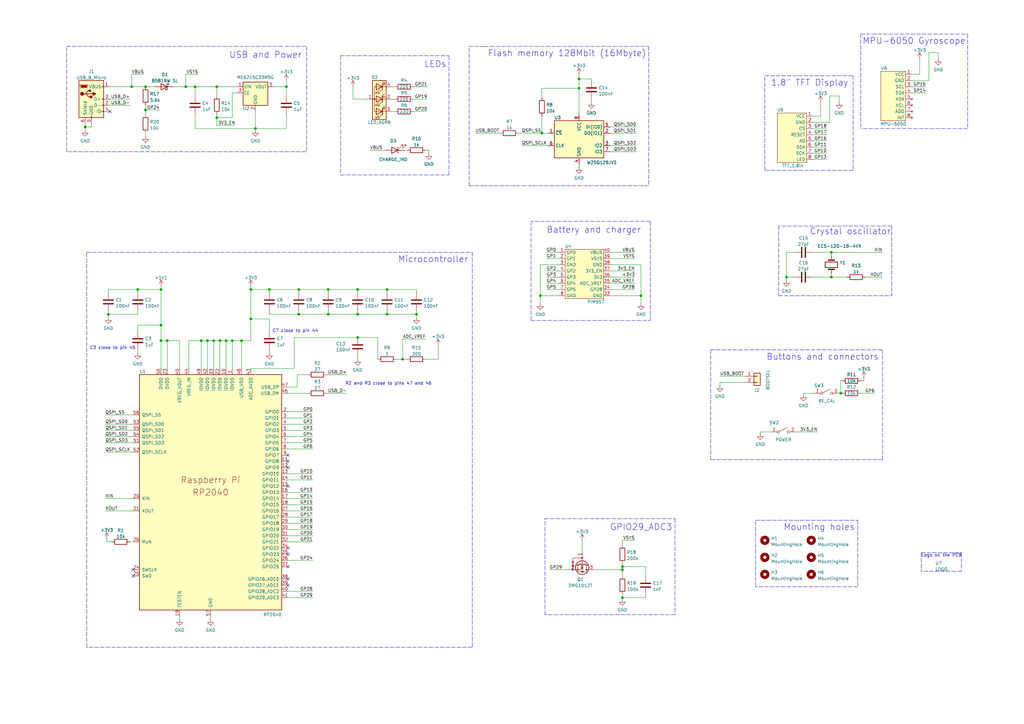
<source format=kicad_sch>
(kicad_sch (version 20211123) (generator eeschema)
  (paper "A3")
  (title_block (title "Gyroscope") (date "04/06/2022") (rev "v03") (comment 2 "https://creativecommons/licenses/by/4.0/") (comment 3 "License: CC BY 4.0") (comment 4 "Author: McLovin"))
  (lib_symbols
    (symbol "Connector:USB_B_Micro" (pin_names (offset 1.016))
      (property "Reference" "J" (at -5.08 11.43 0))
      (property "Value" "USB_B_Micro" (at -5.08 8.89 0))
      (symbol "USB_B_Micro_1_1"
        (pin power_out line (at 7.62 5.08 180) (length 2.54) (name "VBUS") (number "1"))
        (pin bidirectional line (at 7.62 -2.54 180) (length 2.54) (name "D-") (number "2"))
        (pin bidirectional line (at 7.62 0 180) (length 2.54) (name "D+") (number "3"))
        (pin passive line (at 7.62 -5.08 180) (length 2.54) (name "ID") (number "4"))
        (pin power_out line (at 0 -10.16 90) (length 2.54) (name "GND") (number "5"))
        (pin passive line (at -2.54 -10.16 90) (length 2.54) (name "Shield") (number "6"))
      )
    )
    (symbol "Connector_Generic:Conn_01x02" (pin_names (offset 1.016) hide)
      (property "Reference" "J" (at 0 2.54 0))
      (property "Value" "Conn_01x02" (at 0 -5.08 0))
      (symbol "Conn_01x02_1_1"
        (pin passive line (at -5.08 0 0) (length 3.81) (name "Pin_1") (number "1"))
        (pin passive line (at -5.08 -2.54 0) (length 3.81) (name "Pin_2") (number "2"))
      )
    )
    (symbol "Device:C" (pin_numbers hide) (pin_names (offset 0.254))
      (property "Reference" "C" (at 0.635 2.54 0))
      (property "Value" "C" (at 0.635 -2.54 0))
      (symbol "C_1_1"
        (pin passive line (at 0 3.81 270) (length 2.794) (name "~") (number "1"))
        (pin passive line (at 0 -3.81 90) (length 2.794) (name "~") (number "2"))
      )
    )
    (symbol "Device:Crystal" (pin_numbers hide) (pin_names (offset 1.016) hide)
      (property "Reference" "Y" (at 0 3.81 0))
      (property "Value" "Crystal" (at 0 -3.81 0))
      (symbol "Crystal_1_1"
        (pin passive line (at -3.81 0 0) (length 1.27) (name "1") (number "1"))
        (pin passive line (at 3.81 0 180) (length 1.27) (name "2") (number "2"))
      )
    )
    (symbol "Device:D_Schottky" (pin_numbers hide) (pin_names (offset 1.016) hide)
      (property "Reference" "D" (at 0 2.54 0))
      (property "Value" "D_Schottky" (at 0 -2.54 0))
      (symbol "D_Schottky_1_1"
        (pin passive line (at -3.81 0 0) (length 2.54) (name "K") (number "1"))
        (pin passive line (at 3.81 0 180) (length 2.54) (name "A") (number "2"))
      )
    )
    (symbol "Device:LED" (pin_numbers hide) (pin_names (offset 1.016) hide)
      (property "Reference" "D" (at 0 2.54 0))
      (property "Value" "LED" (at 0 -2.54 0))
      (symbol "LED_1_1"
        (pin passive line (at -3.81 0 0) (length 2.54) (name "K") (number "1"))
        (pin passive line (at 3.81 0 180) (length 2.54) (name "A") (number "2"))
      )
    )
    (symbol "Device:LED_AGRB" (pin_names (offset 0) hide)
      (property "Reference" "D" (at 0 9.398 0))
      (property "Value" "LED_AGRB" (at 0 -8.89 0))
      (symbol "LED_AGRB_0_0"
        (text "B" (at -1.905 -6.35 0) (effects (font (size 1.27 1.27))))
        (text "G" (at -1.905 -1.27 0) (effects (font (size 1.27 1.27))))
        (text "R" (at -1.905 3.81 0) (effects (font (size 1.27 1.27))))
      )
      (symbol "LED_AGRB_1_1"
        (pin passive line (at 5.08 0 180) (length 2.54) (name "A") (number "1"))
        (pin passive line (at -5.08 0 0) (length 2.54) (name "GK") (number "2"))
        (pin passive line (at -5.08 5.08 0) (length 2.54) (name "RK") (number "3"))
        (pin passive line (at -5.08 -5.08 0) (length 2.54) (name "BK") (number "4"))
      )
    )
    (symbol "Device:R" (pin_numbers hide) (pin_names (offset 0))
      (property "Reference" "R" (at 2.032 0 90))
      (property "Value" "R" (at 0 0 90))
      (symbol "R_1_1"
        (pin passive line (at 0 3.81 270) (length 1.27) (name "~") (number "1"))
        (pin passive line (at 0 -3.81 90) (length 1.27) (name "~") (number "2"))
      )
    )
    (symbol "Mechanical:MountingHole" (pin_names (offset 1.016))
      (property "Reference" "H" (at 0 5.08 0))
      (property "Value" "MountingHole" (at 0 3.175 0))
    )
    (symbol "Memory_Flash:W25Q128JVS"
      (property "Reference" "U" (at -8.89 8.89 0))
      (property "Value" "W25Q128JVS" (at 7.62 8.89 0))
      (symbol "W25Q128JVS_1_1"
        (pin input line (at -12.7 2.54 0) (length 2.54) (name "~{CS}") (number "1"))
        (pin bidirectional line (at 12.7 2.54 180) (length 2.54) (name "DO(IO1)") (number "2"))
        (pin bidirectional line (at 12.7 -2.54 180) (length 2.54) (name "IO2") (number "3"))
        (pin power_in line (at 0 -10.16 90) (length 2.54) (name "GND") (number "4"))
        (pin bidirectional line (at 12.7 5.08 180) (length 2.54) (name "DI(IO0)") (number "5"))
        (pin input line (at -12.7 -2.54 0) (length 2.54) (name "CLK") (number "6"))
        (pin bidirectional line (at 12.7 -5.08 180) (length 2.54) (name "IO3") (number "7"))
        (pin power_in line (at 0 10.16 270) (length 2.54) (name "VCC") (number "8"))
      )
    )
    (symbol "Switch:SW_SPST" (pin_names (offset 0) hide)
      (property "Reference" "SW" (at 0 3.175 0))
      (property "Value" "SW_SPST" (at 0 -2.54 0))
      (symbol "SW_SPST_1_1"
        (pin passive line (at -5.08 0 0) (length 2.54) (name "A") (number "1"))
        (pin passive line (at 5.08 0 180) (length 2.54) (name "B") (number "2"))
      )
    )
    (symbol "Transistor_FET:DMG1012T" (pin_names (offset 0) hide)
      (property "Reference" "Q" (at 5.08 1.905 0))
      (property "Value" "DMG1012T" (at 5.08 0 0))
      (symbol "DMG1012T_1_1"
        (pin input line (at -5.08 0 0) (length 2.54) (name "G") (number "1"))
        (pin passive line (at 2.54 -5.08 90) (length 2.54) (name "S") (number "2"))
        (pin passive line (at 2.54 5.08 270) (length 2.54) (name "D") (number "3"))
      )
    )
    (symbol "gyroscope:LOGO"
      (property "Reference" "U" (at 0 0.635 0))
      (property "Value" "LOGO" (at 0 -1.27 0))
    )
    (symbol "gyroscope:ME6215C33M5G" (pin_names (offset 0.254))
      (property "Reference" "U?" (at 0 8.1448 0))
      (property "Value" "ME6215C33M5G" (at 0 5.6079 0))
      (symbol "ME6215C33M5G_1_1"
        (pin power_in line (at -7.62 2.54 0) (length 2.54) (name "VIN") (number "1"))
        (pin power_in line (at 0 -7.62 90) (length 2.54) (name "GND") (number "2"))
        (pin input line (at -7.62 0 0) (length 2.54) (name "CE") (number "3"))
        (pin no_connect line (at 7.62 0 180) (length 2.54) hide (name "NC") (number "4"))
        (pin power_out line (at 7.62 2.54 180) (length 2.54) (name "VOUT") (number "5"))
      )
    )
    (symbol "gyroscope:MPU-6050_pcb"
      (property "Reference" "U" (at 0 11.43 0))
      (property "Value" "MPU-6050_pcb" (at 0 -11.43 0))
      (symbol "MPU-6050_pcb_1_1"
        (pin input line (at 7.62 8.89 180) (length 2.54) (name "VCC") (number "1"))
        (pin input line (at 7.62 6.35 180) (length 2.54) (name "GND") (number "2"))
        (pin input line (at 7.62 3.81 180) (length 2.54) (name "SCL") (number "3"))
        (pin input line (at 7.62 1.27 180) (length 2.54) (name "SDA") (number "4"))
        (pin no_connect line (at 7.62 -1.27 180) (length 2.54) (name "XDA") (number "5"))
        (pin no_connect line (at 7.62 -3.81 180) (length 2.54) (name "XCL") (number "6"))
        (pin no_connect line (at 7.62 -6.35 180) (length 2.54) (name "ADO") (number "7"))
        (pin no_connect line (at 7.62 -8.89 180) (length 2.54) (name "INT") (number "8"))
      )
    )
    (symbol "gyroscope:PIM557"
      (property "Reference" "U" (at 0 11.43 0))
      (property "Value" "PIM557" (at 0 -11.43 0))
      (symbol "PIM557_1_1"
        (pin input line (at -10.16 8.89 0) (length 2.54) (name "GP0") (number "1"))
        (pin input line (at -10.16 6.35 0) (length 2.54) (name "GP1") (number "2"))
        (pin passive line (at -10.16 3.81 0) (length 2.54) (name "GND") (number "3"))
        (pin passive line (at 10.795 -8.89 180) (length 2.54) (name "GND") (number "33"))
        (pin input line (at 10.795 -6.35 180) (length 2.54) (name "GP28") (number "34"))
        (pin input line (at 10.795 -3.81 180) (length 2.54) (name "ADC_VREF") (number "35"))
        (pin input line (at 10.795 -1.27 180) (length 2.54) (name "3V3") (number "36"))
        (pin input line (at 10.795 1.27 180) (length 2.54) (name "3V3_EN") (number "37"))
        (pin passive line (at 10.795 3.81 180) (length 2.54) (name "GND") (number "38"))
        (pin input line (at 10.795 6.35 180) (length 2.54) (name "VSYS") (number "39"))
        (pin input line (at -10.16 1.27 0) (length 2.54) (name "GP2") (number "4"))
        (pin input line (at 10.795 8.89 180) (length 2.54) (name "VBUS") (number "40"))
        (pin input line (at -10.16 -1.27 0) (length 2.54) (name "GP3") (number "5"))
        (pin input line (at -10.16 -3.81 0) (length 2.54) (name "GP4") (number "6"))
        (pin input line (at -10.16 -6.35 0) (length 2.54) (name "GP5") (number "7"))
        (pin passive line (at -10.16 -8.89 0) (length 2.54) (name "GND") (number "8"))
      )
    )
    (symbol "gyroscope:RP2040" (pin_names (offset 1.016))
      (property "Reference" "U" (at -29.21 49.53 0))
      (property "Value" "RP2040" (at 24.13 -49.53 0))
      (symbol "RP2040_0_0"
        (text "Raspberry Pi" (at 0 5.08 0) (effects (font (size 2.54 2.54))))
        (text "RP2040" (at 0 0 0) (effects (font (size 2.54 2.54))))
      )
      (symbol "RP2040_1_1"
        (pin power_in line (at 8.89 50.8 270) (length 2.54) (name "IOVDD") (number "1"))
        (pin power_in line (at 6.35 50.8 270) (length 2.54) (name "IOVDD") (number "10"))
        (pin bidirectional line (at 31.75 12.7 180) (length 2.54) (name "GPIO8") (number "11"))
        (pin bidirectional line (at 31.75 10.16 180) (length 2.54) (name "GPIO9") (number "12"))
        (pin bidirectional line (at 31.75 7.62 180) (length 2.54) (name "GPIO10") (number "13"))
        (pin bidirectional line (at 31.75 5.08 180) (length 2.54) (name "GPIO11") (number "14"))
        (pin bidirectional line (at 31.75 2.54 180) (length 2.54) (name "GPIO12") (number "15"))
        (pin bidirectional line (at 31.75 0 180) (length 2.54) (name "GPIO13") (number "16"))
        (pin bidirectional line (at 31.75 -2.54 180) (length 2.54) (name "GPIO14") (number "17"))
        (pin bidirectional line (at 31.75 -5.08 180) (length 2.54) (name "GPIO15") (number "18"))
        (pin passive line (at -12.7 -50.8 90) (length 2.54) (name "TESTEN") (number "19"))
        (pin bidirectional line (at 31.75 33.02 180) (length 2.54) (name "GPIO0") (number "2"))
        (pin input line (at -31.75 -2.54 0) (length 2.54) (name "XIN") (number "20"))
        (pin passive line (at -31.75 -7.62 0) (length 2.54) (name "XOUT") (number "21"))
        (pin power_in line (at 3.81 50.8 270) (length 2.54) (name "IOVDD") (number "22"))
        (pin power_in line (at -17.78 50.8 270) (length 2.54) (name "DVDD") (number "23"))
        (pin output line (at -31.75 -31.75 0) (length 2.54) (name "SWCLK") (number "24"))
        (pin bidirectional line (at -31.75 -34.29 0) (length 2.54) (name "SWD") (number "25"))
        (pin input line (at -31.75 -20.32 0) (length 2.54) (name "RUN") (number "26"))
        (pin bidirectional line (at 31.75 -7.62 180) (length 2.54) (name "GPIO16") (number "27"))
        (pin bidirectional line (at 31.75 -10.16 180) (length 2.54) (name "GPIO17") (number "28"))
        (pin bidirectional line (at 31.75 -12.7 180) (length 2.54) (name "GPIO18") (number "29"))
        (pin bidirectional line (at 31.75 30.48 180) (length 2.54) (name "GPIO1") (number "3"))
        (pin bidirectional line (at 31.75 -15.24 180) (length 2.54) (name "GPIO19") (number "30"))
        (pin bidirectional line (at 31.75 -17.78 180) (length 2.54) (name "GPIO20") (number "31"))
        (pin bidirectional line (at 31.75 -20.32 180) (length 2.54) (name "GPIO21") (number "32"))
        (pin power_in line (at 1.27 50.8 270) (length 2.54) (name "IOVDD") (number "33"))
        (pin bidirectional line (at 31.75 -22.86 180) (length 2.54) (name "GPIO22") (number "34"))
        (pin bidirectional line (at 31.75 -25.4 180) (length 2.54) (name "GPIO23") (number "35"))
        (pin bidirectional line (at 31.75 -27.94 180) (length 2.54) (name "GPIO24") (number "36"))
        (pin bidirectional line (at 31.75 -30.48 180) (length 2.54) (name "GPIO25") (number "37"))
        (pin bidirectional line (at 31.75 -35.56 180) (length 2.54) (name "GPIO26_ADC0") (number "38"))
        (pin bidirectional line (at 31.75 -38.1 180) (length 2.54) (name "GPIO27_ADC1") (number "39"))
        (pin bidirectional line (at 31.75 27.94 180) (length 2.54) (name "GPIO2") (number "4"))
        (pin bidirectional line (at 31.75 -40.64 180) (length 2.54) (name "GPIO28_ADC2") (number "40"))
        (pin bidirectional line (at 31.75 -43.18 180) (length 2.54) (name "GPIO29_ADC3") (number "41"))
        (pin power_in line (at -1.27 50.8 270) (length 2.54) (name "IOVDD") (number "42"))
        (pin power_in line (at 16.51 50.8 270) (length 2.54) (name "ADC_AVDD") (number "43"))
        (pin power_in line (at -8.89 50.8 270) (length 2.54) (name "VREG_IN") (number "44"))
        (pin power_out line (at -12.7 50.8 270) (length 2.54) (name "VREG_VOUT") (number "45"))
        (pin bidirectional line (at 31.75 40.64 180) (length 2.54) (name "USB_DM") (number "46"))
        (pin bidirectional line (at 31.75 43.18 180) (length 2.54) (name "USB_DP") (number "47"))
        (pin power_in line (at 12.7 50.8 270) (length 2.54) (name "USB_VDD") (number "48"))
        (pin power_in line (at -3.81 50.8 270) (length 2.54) (name "IOVDD") (number "49"))
        (pin bidirectional line (at 31.75 25.4 180) (length 2.54) (name "GPIO3") (number "5"))
        (pin power_in line (at -20.32 50.8 270) (length 2.54) (name "DVDD") (number "50"))
        (pin bidirectional line (at -31.75 20.32 0) (length 2.54) (name "QSPI_SD3") (number "51"))
        (pin output line (at -31.75 16.51 0) (length 2.54) (name "QSPI_SCLK") (number "52"))
        (pin bidirectional line (at -31.75 27.94 0) (length 2.54) (name "QSPI_SD0") (number "53"))
        (pin bidirectional line (at -31.75 22.86 0) (length 2.54) (name "QSPI_SD2") (number "54"))
        (pin bidirectional line (at -31.75 25.4 0) (length 2.54) (name "QSPI_SD1") (number "55"))
        (pin bidirectional line (at -31.75 31.75 0) (length 2.54) (name "QSPI_SS") (number "56"))
        (pin power_in line (at 0 -50.8 90) (length 2.54) (name "GND") (number "57"))
        (pin bidirectional line (at 31.75 22.86 180) (length 2.54) (name "GPIO4") (number "6"))
        (pin bidirectional line (at 31.75 20.32 180) (length 2.54) (name "GPIO5") (number "7"))
        (pin bidirectional line (at 31.75 17.78 180) (length 2.54) (name "GPIO6") (number "8"))
        (pin bidirectional line (at 31.75 15.24 180) (length 2.54) (name "GPIO7") (number "9"))
      )
    )
    (symbol "gyroscope:TFT_1.8in"
      (property "Reference" "U" (at 0 11.43 0))
      (property "Value" "TFT_1.8in" (at 0 -11.43 0))
      (symbol "TFT_1.8in_1_1"
        (pin input line (at 8.255 8.89 180) (length 2.54) (name "VCC") (number "1"))
        (pin input line (at 8.255 6.35 180) (length 2.54) (name "GND") (number "2"))
        (pin input line (at 8.255 3.81 180) (length 2.54) (name "CS") (number "3"))
        (pin input line (at 8.255 1.27 180) (length 2.54) (name "RESET") (number "4"))
        (pin input line (at 8.255 -1.27 180) (length 2.54) (name "AO") (number "5"))
        (pin input line (at 8.255 -3.81 180) (length 2.54) (name "SDA") (number "6"))
        (pin input line (at 8.255 -6.35 180) (length 2.54) (name "SCK") (number "7"))
        (pin input line (at 8.255 -8.89 180) (length 2.54) (name "LED") (number "8"))
      )
    )
    (symbol "power:+1V1" (power) (pin_names (offset 0))
      (property "Value" "+1V1" (at 0 3.556 0))
      (symbol "+1V1_1_1"
        (pin power_in line (at 0 0 90) (length 0) hide (name "+1V1") (number "1"))
      )
    )
    (symbol "power:+3V3" (power) (pin_names (offset 0))
      (property "Value" "+3V3" (at 0 3.556 0))
      (symbol "+3V3_1_1"
        (pin power_in line (at 0 0 90) (length 0) hide (name "+3V3") (number "1"))
      )
    )
    (symbol "power:GND" (power) (pin_names (offset 0))
      (property "Value" "GND" (at 0 -3.81 0))
      (symbol "GND_1_1"
        (pin power_in line (at 0 0 270) (length 0) hide (name "GND") (number "1"))
      )
    )
  )
  (junction (at 68.58 139.7))
  (junction (at 76.2 35.56))
  (junction (at 158.75 118.745))
  (junction (at 82.55 139.7))
  (junction (at 110.49 118.745))
  (junction (at 122.555 128.905))
  (junction (at 255.27 233.68))
  (junction (at 80.01 35.56))
  (junction (at 95.25 139.7))
  (junction (at 146.685 128.905))
  (junction (at 322.58 113.665))
  (junction (at 66.04 133.35))
  (junction (at 340.995 113.665))
  (junction (at 237.49 36.195))
  (junction (at 59.69 45.085))
  (junction (at 56.515 118.745))
  (junction (at 104.775 52.705))
  (junction (at 165.1 147.32))
  (junction (at 87.63 139.7))
  (junction (at 146.685 118.745))
  (junction (at 66.04 118.745))
  (junction (at 134.62 118.745))
  (junction (at 88.9 35.56))
  (junction (at 134.62 128.905))
  (junction (at 255.27 245.11))
  (junction (at 88.9 48.26))
  (junction (at 92.71 139.7))
  (junction (at 255.27 232.41))
  (junction (at 53.975 35.56))
  (junction (at 222.25 54.61))
  (junction (at 66.04 139.7))
  (junction (at 99.06 139.7))
  (junction (at 102.87 118.745))
  (junction (at 344.805 161.29))
  (junction (at 85.09 139.7))
  (junction (at 90.17 139.7))
  (junction (at 146.685 138.43))
  (junction (at 117.475 35.56))
  (junction (at 237.49 32.385))
  (junction (at 122.555 118.745))
  (junction (at 262.89 121.285))
  (junction (at 102.87 130.81))
  (junction (at 59.69 35.56))
  (junction (at 170.815 128.905))
  (junction (at 34.925 52.07))
  (junction (at 44.45 128.905))
  (junction (at 221.615 121.285))
  (junction (at 340.995 103.505))
  (junction (at 158.75 128.905))
  (no_connect (at 118.11 199.39))
  (no_connect (at 54.61 236.22))
  (no_connect (at 54.61 233.68))
  (no_connect (at 45.085 45.72))
  (no_connect (at 118.11 240.03))
  (no_connect (at 118.11 224.79))
  (no_connect (at 118.11 189.23))
  (no_connect (at 118.11 191.77))
  (no_connect (at 118.11 186.69))
  (no_connect (at 118.11 227.33))
  (no_connect (at 118.11 237.49))
  (no_connect (at 118.11 232.41))
  (wire (pts (xy 134.62 118.745) (xy 122.555 118.745)))
  (wire (pts (xy 224.155 103.505) (xy 229.235 103.505)))
  (polyline (pts (xy 353.06 13.97) (xy 353.06 52.705)))
  (wire (pts (xy 118.11 214.63) (xy 128.27 214.63)))
  (polyline (pts (xy 351.79 240.665) (xy 309.88 240.665)))
  (wire (pts (xy 333.375 57.785) (xy 339.09 57.785)))
  (wire (pts (xy 56.515 118.745) (xy 56.515 120.015)))
  (wire (pts (xy 158.75 118.745) (xy 146.685 118.745)))
  (wire (pts (xy 212.725 54.61) (xy 222.25 54.61)))
  (wire (pts (xy 80.01 46.99) (xy 80.01 52.705)))
  (wire (pts (xy 333.375 62.865) (xy 339.09 62.865)))
  (wire (pts (xy 322.58 113.665) (xy 325.755 113.665)))
  (wire (pts (xy 158.75 127.635) (xy 158.75 128.905)))
  (wire (pts (xy 92.71 139.7) (xy 95.25 139.7)))
  (wire (pts (xy 264.795 245.11) (xy 255.27 245.11)))
  (wire (pts (xy 56.515 133.35) (xy 56.515 135.89)))
  (wire (pts (xy 165.1 147.32) (xy 165.1 139.065)))
  (wire (pts (xy 118.11 212.09) (xy 128.27 212.09)))
  (wire (pts (xy 85.09 139.7) (xy 87.63 139.7)))
  (wire (pts (xy 333.375 52.705) (xy 339.09 52.705)))
  (polyline (pts (xy 193.675 103.505) (xy 193.675 265.43)))
  (wire (pts (xy 243.84 233.68) (xy 255.27 233.68)))
  (wire (pts (xy 87.63 151.13) (xy 87.63 139.7)))
  (wire (pts (xy 102.87 117.475) (xy 102.87 118.745)))
  (wire (pts (xy 102.87 118.745) (xy 102.87 130.81)))
  (wire (pts (xy 37.465 52.07) (xy 34.925 52.07)))
  (polyline (pts (xy 217.805 90.805) (xy 217.805 131.445)))
  (wire (pts (xy 118.11 245.11) (xy 128.27 245.11)))
  (wire (pts (xy 242.57 32.385) (xy 237.49 32.385)))
  (wire (pts (xy 333.375 50.165) (xy 340.36 50.165)))
  (wire (pts (xy 340.995 103.505) (xy 361.95 103.505)))
  (wire (pts (xy 250.19 106.045) (xy 260.35 106.045)))
  (polyline (pts (xy 223.52 212.725) (xy 276.86 212.725)))
  (wire (pts (xy 118.11 207.01) (xy 128.27 207.01)))
  (wire (pts (xy 179.705 141.605) (xy 179.705 147.32)))
  (wire (pts (xy 92.71 151.13) (xy 92.71 139.7)))
  (wire (pts (xy 169.545 40.64) (xy 175.26 40.64)))
  (wire (pts (xy 44.45 128.905) (xy 44.45 127.635)))
  (wire (pts (xy 117.475 52.705) (xy 104.775 52.705)))
  (wire (pts (xy 165.735 61.595) (xy 167.005 61.595)))
  (wire (pts (xy 221.615 121.285) (xy 221.615 108.585)))
  (polyline (pts (xy 184.15 22.86) (xy 184.15 52.705)))
  (wire (pts (xy 169.545 35.56) (xy 175.26 35.56)))
  (wire (pts (xy 122.555 118.745) (xy 110.49 118.745)))
  (wire (pts (xy 333.375 65.405) (xy 339.09 65.405)))
  (wire (pts (xy 118.11 158.75) (xy 121.92 158.75)))
  (polyline (pts (xy 116.205 62.23) (xy 27.305 62.23)))
  (wire (pts (xy 88.9 35.56) (xy 97.155 35.56)))
  (polyline (pts (xy 365.76 92.71) (xy 365.76 121.285)))
  (wire (pts (xy 117.475 35.56) (xy 117.475 39.37)))
  (wire (pts (xy 224.155 106.045) (xy 229.235 106.045)))
  (wire (pts (xy 262.89 108.585) (xy 250.19 108.585)))
  (wire (pts (xy 45.085 43.18) (xy 53.34 43.18)))
  (wire (pts (xy 340.995 112.395) (xy 340.995 113.665)))
  (wire (pts (xy 66.04 151.13) (xy 66.04 139.7)))
  (wire (pts (xy 222.25 36.195) (xy 237.49 36.195)))
  (wire (pts (xy 82.55 139.7) (xy 85.09 139.7)))
  (wire (pts (xy 117.475 35.56) (xy 117.475 33.02)))
  (wire (pts (xy 146.685 138.43) (xy 120.65 138.43)))
  (wire (pts (xy 118.11 201.93) (xy 128.27 201.93)))
  (wire (pts (xy 76.2 35.56) (xy 80.01 35.56)))
  (polyline (pts (xy 116.84 62.23) (xy 125.73 62.23)))
  (wire (pts (xy 154.94 138.43) (xy 154.94 147.32)))
  (wire (pts (xy 80.01 35.56) (xy 80.01 39.37)))
  (wire (pts (xy 237.49 36.195) (xy 237.49 32.385)))
  (wire (pts (xy 77.47 151.13) (xy 77.47 139.7)))
  (wire (pts (xy 170.815 118.745) (xy 158.75 118.745)))
  (wire (pts (xy 121.92 158.75) (xy 121.92 153.67)))
  (wire (pts (xy 95.25 38.1) (xy 95.25 48.26)))
  (wire (pts (xy 118.11 171.45) (xy 128.27 171.45)))
  (wire (pts (xy 381 21.59) (xy 384.81 21.59)))
  (wire (pts (xy 37.465 50.8) (xy 37.465 52.07)))
  (wire (pts (xy 110.49 128.905) (xy 122.555 128.905)))
  (polyline (pts (xy 223.52 252.095) (xy 223.52 212.725)))
  (wire (pts (xy 118.11 229.87) (xy 128.27 229.87)))
  (polyline (pts (xy 35.56 265.43) (xy 35.56 103.505)))
  (polyline (pts (xy 139.7 22.86) (xy 139.7 52.705)))
  (wire (pts (xy 56.515 143.51) (xy 56.515 144.78)))
  (wire (pts (xy 73.66 252.73) (xy 73.66 254)))
  (wire (pts (xy 255.27 243.84) (xy 255.27 245.11)))
  (wire (pts (xy 340.995 103.505) (xy 340.995 104.775)))
  (wire (pts (xy 344.805 161.29) (xy 345.44 161.29)))
  (wire (pts (xy 242.57 33.02) (xy 242.57 32.385)))
  (wire (pts (xy 237.49 67.31) (xy 237.49 68.58)))
  (polyline (pts (xy 139.7 71.755) (xy 184.15 71.755)))
  (wire (pts (xy 95.25 139.7) (xy 99.06 139.7)))
  (wire (pts (xy 146.685 118.745) (xy 134.62 118.745)))
  (wire (pts (xy 118.11 161.29) (xy 126.365 161.29)))
  (polyline (pts (xy 35.56 103.505) (xy 193.675 103.505)))
  (wire (pts (xy 170.815 118.745) (xy 170.815 120.015)))
  (wire (pts (xy 102.87 118.745) (xy 110.49 118.745)))
  (wire (pts (xy 43.18 181.61) (xy 54.61 181.61)))
  (wire (pts (xy 118.11 194.31) (xy 128.27 194.31)))
  (wire (pts (xy 44.45 128.905) (xy 44.45 130.175)))
  (polyline (pts (xy 353.06 13.97) (xy 396.875 13.97)))
  (wire (pts (xy 118.11 181.61) (xy 128.27 181.61)))
  (wire (pts (xy 88.9 48.26) (xy 88.9 46.99)))
  (wire (pts (xy 134.62 127.635) (xy 134.62 128.905)))
  (wire (pts (xy 146.685 127.635) (xy 146.685 128.905)))
  (wire (pts (xy 118.11 168.91) (xy 128.27 168.91)))
  (polyline (pts (xy 313.69 31.115) (xy 349.885 31.115)))
  (polyline (pts (xy 396.875 52.705) (xy 353.06 52.705)))
  (wire (pts (xy 146.685 146.05) (xy 146.685 147.32)))
  (wire (pts (xy 117.475 46.99) (xy 117.475 52.705)))
  (wire (pts (xy 122.555 118.745) (xy 122.555 120.015)))
  (wire (pts (xy 110.49 127.635) (xy 110.49 128.905)))
  (wire (pts (xy 381 33.02) (xy 381 21.59)))
  (wire (pts (xy 333.375 60.325) (xy 339.09 60.325)))
  (wire (pts (xy 59.69 35.56) (xy 63.5 35.56)))
  (wire (pts (xy 44.45 118.745) (xy 44.45 120.015)))
  (wire (pts (xy 43.18 179.07) (xy 54.61 179.07)))
  (wire (pts (xy 118.11 209.55) (xy 128.27 209.55)))
  (wire (pts (xy 354.965 113.665) (xy 361.95 113.665)))
  (polyline (pts (xy 276.86 212.725) (xy 276.86 252.095)))
  (wire (pts (xy 295.275 156.845) (xy 295.275 158.115)))
  (wire (pts (xy 160.655 40.64) (xy 161.925 40.64)))
  (wire (pts (xy 134.62 118.745) (xy 134.62 120.015)))
  (wire (pts (xy 110.49 135.89) (xy 110.49 130.81)))
  (wire (pts (xy 87.63 139.7) (xy 90.17 139.7)))
  (wire (pts (xy 45.085 35.56) (xy 53.975 35.56)))
  (polyline (pts (xy 361.95 188.595) (xy 291.465 188.595)))
  (wire (pts (xy 262.89 108.585) (xy 262.89 121.285)))
  (wire (pts (xy 170.815 128.905) (xy 158.75 128.905)))
  (wire (pts (xy 345.44 156.21) (xy 344.805 156.21)))
  (wire (pts (xy 96.52 51.435) (xy 88.9 51.435)))
  (wire (pts (xy 90.17 139.7) (xy 92.71 139.7)))
  (wire (pts (xy 85.09 151.13) (xy 85.09 139.7)))
  (wire (pts (xy 255.27 233.68) (xy 255.27 236.22)))
  (wire (pts (xy 118.11 217.17) (xy 128.27 217.17)))
  (wire (pts (xy 66.04 118.745) (xy 56.515 118.745)))
  (polyline (pts (xy 198.755 76.2) (xy 192.405 76.2)))
  (wire (pts (xy 305.435 156.845) (xy 295.275 156.845)))
  (wire (pts (xy 224.155 118.745) (xy 229.235 118.745)))
  (wire (pts (xy 255.27 233.68) (xy 255.27 232.41)))
  (wire (pts (xy 118.11 173.99) (xy 128.27 173.99)))
  (wire (pts (xy 73.66 151.13) (xy 73.66 139.7)))
  (polyline (pts (xy 365.76 92.71) (xy 319.405 92.71)))
  (wire (pts (xy 118.11 219.71) (xy 128.27 219.71)))
  (wire (pts (xy 333.375 103.505) (xy 340.995 103.505)))
  (wire (pts (xy 340.995 113.665) (xy 347.345 113.665)))
  (wire (pts (xy 59.69 45.085) (xy 59.69 46.99)))
  (polyline (pts (xy 116.84 19.05) (xy 125.73 19.05)))
  (wire (pts (xy 104.775 52.705) (xy 104.775 53.34)))
  (wire (pts (xy 333.375 113.665) (xy 340.995 113.665)))
  (polyline (pts (xy 276.86 252.095) (xy 223.52 252.095)))
  (wire (pts (xy 222.25 47.625) (xy 222.25 54.61)))
  (polyline (pts (xy 361.95 143.51) (xy 361.95 188.595)))
  (polyline (pts (xy 291.465 143.51) (xy 361.95 143.51)))
  (polyline (pts (xy 319.405 121.285) (xy 365.76 121.285)))
  (wire (pts (xy 333.375 55.245) (xy 339.09 55.245)))
  (polyline (pts (xy 139.7 53.34) (xy 139.7 71.755)))
  (wire (pts (xy 95.25 48.26) (xy 88.9 48.26)))
  (polyline (pts (xy 349.885 69.85) (xy 313.69 69.85)))
  (wire (pts (xy 160.655 45.72) (xy 161.925 45.72)))
  (wire (pts (xy 250.19 116.205) (xy 260.35 116.205)))
  (wire (pts (xy 174.625 61.595) (xy 175.895 61.595)))
  (polyline (pts (xy 313.69 69.85) (xy 313.69 31.115)))
  (wire (pts (xy 73.66 139.7) (xy 68.58 139.7)))
  (wire (pts (xy 250.19 111.125) (xy 260.35 111.125)))
  (wire (pts (xy 118.11 204.47) (xy 128.27 204.47)))
  (wire (pts (xy 43.815 222.25) (xy 43.815 220.98)))
  (wire (pts (xy 170.815 128.905) (xy 170.815 130.175)))
  (wire (pts (xy 56.515 118.745) (xy 44.45 118.745)))
  (wire (pts (xy 90.17 151.13) (xy 90.17 139.7)))
  (wire (pts (xy 353.06 161.29) (xy 358.775 161.29)))
  (wire (pts (xy 213.995 59.69) (xy 224.79 59.69)))
  (wire (pts (xy 102.87 130.81) (xy 102.87 139.7)))
  (wire (pts (xy 158.75 128.905) (xy 146.685 128.905)))
  (wire (pts (xy 222.25 40.005) (xy 222.25 36.195)))
  (wire (pts (xy 322.58 103.505) (xy 322.58 113.665)))
  (wire (pts (xy 118.11 179.07) (xy 128.27 179.07)))
  (wire (pts (xy 336.55 47.625) (xy 336.55 41.91)))
  (polyline (pts (xy 266.7 90.805) (xy 217.805 90.805)))
  (wire (pts (xy 99.06 139.7) (xy 102.87 139.7)))
  (wire (pts (xy 255.27 223.52) (xy 255.27 221.615)))
  (wire (pts (xy 160.655 35.56) (xy 161.925 35.56)))
  (wire (pts (xy 59.69 54.61) (xy 59.69 55.88)))
  (wire (pts (xy 56.515 128.905) (xy 44.45 128.905)))
  (wire (pts (xy 146.685 128.905) (xy 134.62 128.905)))
  (wire (pts (xy 88.9 35.56) (xy 88.9 39.37)))
  (wire (pts (xy 76.2 30.48) (xy 81.28 30.48)))
  (wire (pts (xy 224.155 116.205) (xy 229.235 116.205)))
  (wire (pts (xy 250.19 52.07) (xy 260.985 52.07)))
  (wire (pts (xy 56.515 127.635) (xy 56.515 128.905)))
  (wire (pts (xy 316.23 177.165) (xy 311.785 177.165)))
  (polyline (pts (xy 309.88 240.665) (xy 309.88 213.36)))
  (wire (pts (xy 76.2 35.56) (xy 76.2 30.48)))
  (wire (pts (xy 59.69 45.085) (xy 65.405 45.085)))
  (wire (pts (xy 45.72 222.25) (xy 43.815 222.25)))
  (wire (pts (xy 221.615 108.585) (xy 229.235 108.585)))
  (wire (pts (xy 77.47 139.7) (xy 82.55 139.7)))
  (wire (pts (xy 110.49 143.51) (xy 110.49 144.78)))
  (wire (pts (xy 344.17 161.29) (xy 344.805 161.29)))
  (wire (pts (xy 354.33 156.21) (xy 354.33 154.94)))
  (wire (pts (xy 71.12 35.56) (xy 76.2 35.56)))
  (wire (pts (xy 43.18 173.99) (xy 54.61 173.99)))
  (wire (pts (xy 97.155 38.1) (xy 95.25 38.1)))
  (wire (pts (xy 158.75 118.745) (xy 158.75 120.015)))
  (wire (pts (xy 162.56 147.32) (xy 165.1 147.32)))
  (wire (pts (xy 262.89 121.285) (xy 262.89 124.46)))
  (wire (pts (xy 104.775 52.705) (xy 80.01 52.705)))
  (wire (pts (xy 250.19 118.745) (xy 260.35 118.745)))
  (wire (pts (xy 353.06 156.21) (xy 354.33 156.21)))
  (wire (pts (xy 95.25 151.13) (xy 95.25 139.7)))
  (wire (pts (xy 43.18 185.42) (xy 54.61 185.42)))
  (wire (pts (xy 334.01 161.29) (xy 329.565 161.29)))
  (polyline (pts (xy 396.875 13.97) (xy 396.875 52.705)))
  (wire (pts (xy 144.78 40.64) (xy 144.78 35.56)))
  (wire (pts (xy 238.76 221.615) (xy 238.76 226.06)))
  (polyline (pts (xy 349.885 31.115) (xy 349.885 69.85)))
  (polyline (pts (xy 217.805 131.445) (xy 266.7 131.445)))
  (wire (pts (xy 59.69 43.18) (xy 59.69 45.085)))
  (wire (pts (xy 221.615 121.285) (xy 221.615 124.46)))
  (wire (pts (xy 121.92 153.67) (xy 126.365 153.67)))
  (wire (pts (xy 34.925 52.07) (xy 34.925 53.34)))
  (wire (pts (xy 133.985 161.29) (xy 142.24 161.29)))
  (polyline (pts (xy 291.465 188.595) (xy 291.465 143.51)))
  (wire (pts (xy 118.11 222.25) (xy 128.27 222.25)))
  (wire (pts (xy 250.19 59.69) (xy 260.985 59.69)))
  (wire (pts (xy 165.1 139.065) (xy 174.625 139.065)))
  (wire (pts (xy 329.565 161.29) (xy 329.565 161.925)))
  (wire (pts (xy 174.625 147.32) (xy 179.705 147.32)))
  (wire (pts (xy 255.27 245.11) (xy 255.27 245.745)))
  (wire (pts (xy 86.36 252.73) (xy 86.36 254)))
  (wire (pts (xy 225.425 233.68) (xy 233.68 233.68)))
  (polyline (pts (xy 184.15 71.755) (xy 184.15 52.705)))
  (wire (pts (xy 255.27 221.615) (xy 260.35 221.615)))
  (wire (pts (xy 80.01 35.56) (xy 88.9 35.56)))
  (wire (pts (xy 102.87 151.13) (xy 120.65 151.13)))
  (wire (pts (xy 43.18 204.47) (xy 54.61 204.47)))
  (wire (pts (xy 53.34 222.25) (xy 54.61 222.25)))
  (wire (pts (xy 264.795 243.84) (xy 264.795 245.11)))
  (wire (pts (xy 118.11 184.15) (xy 128.27 184.15)))
  (wire (pts (xy 134.62 128.905) (xy 122.555 128.905)))
  (wire (pts (xy 151.765 61.595) (xy 158.115 61.595)))
  (wire (pts (xy 146.685 118.745) (xy 146.685 120.015)))
  (wire (pts (xy 374.015 38.1) (xy 379.73 38.1)))
  (wire (pts (xy 322.58 113.665) (xy 322.58 114.935)))
  (wire (pts (xy 66.04 139.7) (xy 66.04 133.35)))
  (wire (pts (xy 66.04 117.475) (xy 66.04 118.745)))
  (wire (pts (xy 110.49 118.745) (xy 110.49 120.015)))
  (wire (pts (xy 237.49 32.385) (xy 237.49 30.48)))
  (wire (pts (xy 150.495 40.64) (xy 144.78 40.64)))
  (wire (pts (xy 344.17 39.37) (xy 344.17 41.91)))
  (wire (pts (xy 250.19 103.505) (xy 260.35 103.505)))
  (wire (pts (xy 88.9 51.435) (xy 88.9 48.26)))
  (wire (pts (xy 374.015 30.48) (xy 377.19 30.48)))
  (polyline (pts (xy 266.065 19.05) (xy 266.065 76.2)))
  (polyline (pts (xy 351.79 213.36) (xy 351.79 240.665)))
  (polyline (pts (xy 377.825 226.695) (xy 394.335 226.695)))
  (wire (pts (xy 82.55 151.13) (xy 82.55 139.7)))
  (polyline (pts (xy 266.7 131.445) (xy 266.7 90.805)))
  (wire (pts (xy 224.79 54.61) (xy 222.25 54.61)))
  (wire (pts (xy 165.1 147.32) (xy 167.005 147.32)))
  (wire (pts (xy 340.36 39.37) (xy 344.17 39.37)))
  (wire (pts (xy 340.36 50.165) (xy 340.36 39.37)))
  (polyline (pts (xy 394.335 234.315) (xy 377.825 234.315)))
  (polyline (pts (xy 192.405 76.2) (xy 192.405 19.05)))
  (wire (pts (xy 146.685 138.43) (xy 154.94 138.43)))
  (wire (pts (xy 66.04 133.35) (xy 66.04 118.745)))
  (wire (pts (xy 229.235 121.285) (xy 221.615 121.285)))
  (polyline (pts (xy 394.335 226.695) (xy 394.335 234.315)))
  (wire (pts (xy 175.895 61.595) (xy 175.895 62.865)))
  (polyline (pts (xy 125.73 19.05) (xy 125.73 62.23)))
  (wire (pts (xy 99.06 151.13) (xy 99.06 139.7)))
  (wire (pts (xy 118.11 242.57) (xy 128.27 242.57)))
  (wire (pts (xy 344.805 156.21) (xy 344.805 161.29)))
  (wire (pts (xy 224.155 111.125) (xy 229.235 111.125)))
  (wire (pts (xy 250.19 121.285) (xy 262.89 121.285)))
  (wire (pts (xy 104.775 45.72) (xy 104.775 52.705)))
  (polyline (pts (xy 319.405 92.71) (xy 319.405 121.285)))
  (wire (pts (xy 264.795 232.41) (xy 255.27 232.41)))
  (polyline (pts (xy 198.755 19.05) (xy 266.065 19.05)))
  (wire (pts (xy 120.65 138.43) (xy 120.65 151.13)))
  (wire (pts (xy 250.19 62.23) (xy 260.985 62.23)))
  (wire (pts (xy 110.49 130.81) (xy 102.87 130.81)))
  (wire (pts (xy 255.27 232.41) (xy 255.27 231.14)))
  (wire (pts (xy 295.275 154.305) (xy 305.435 154.305)))
  (wire (pts (xy 133.985 153.67) (xy 142.24 153.67)))
  (polyline (pts (xy 377.825 226.695) (xy 377.825 234.315)))
  (wire (pts (xy 112.395 35.56) (xy 117.475 35.56)))
  (wire (pts (xy 237.49 36.195) (xy 237.49 46.99)))
  (wire (pts (xy 118.11 196.85) (xy 128.27 196.85)))
  (wire (pts (xy 377.19 30.48) (xy 377.19 24.13)))
  (wire (pts (xy 45.085 40.64) (xy 53.34 40.64)))
  (wire (pts (xy 66.04 133.35) (xy 56.515 133.35)))
  (wire (pts (xy 384.81 21.59) (xy 384.81 24.13)))
  (wire (pts (xy 311.785 177.165) (xy 311.785 177.8)))
  (wire (pts (xy 34.925 50.8) (xy 34.925 52.07)))
  (wire (pts (xy 53.975 30.48) (xy 53.975 35.56)))
  (wire (pts (xy 264.795 236.22) (xy 264.795 232.41)))
  (wire (pts (xy 43.18 176.53) (xy 54.61 176.53)))
  (wire (pts (xy 333.375 47.625) (xy 336.55 47.625)))
  (wire (pts (xy 326.39 177.165) (xy 335.28 177.165)))
  (wire (pts (xy 224.155 113.665) (xy 229.235 113.665)))
  (polyline (pts (xy 27.305 62.23) (xy 27.305 19.05)))
  (wire (pts (xy 122.555 128.905) (xy 122.555 127.635)))
  (wire (pts (xy 68.58 139.7) (xy 66.04 139.7)))
  (wire (pts (xy 169.545 45.72) (xy 175.26 45.72)))
  (wire (pts (xy 242.57 40.64) (xy 242.57 41.91)))
  (wire (pts (xy 118.11 176.53) (xy 128.27 176.53)))
  (polyline (pts (xy 193.675 265.43) (xy 35.56 265.43)))
  (wire (pts (xy 250.19 54.61) (xy 260.985 54.61)))
  (wire (pts (xy 59.055 30.48) (xy 53.975 30.48)))
  (wire (pts (xy 374.015 35.56) (xy 379.73 35.56)))
  (wire (pts (xy 325.755 103.505) (xy 322.58 103.505)))
  (wire (pts (xy 194.945 54.61) (xy 205.105 54.61)))
  (wire (pts (xy 43.18 209.55) (xy 54.61 209.55)))
  (wire (pts (xy 43.18 170.18) (xy 54.61 170.18)))
  (polyline (pts (xy 266.065 76.2) (xy 198.755 76.2)))
  (wire (pts (xy 374.015 33.02) (xy 381 33.02)))
  (wire (pts (xy 53.975 35.56) (xy 59.69 35.56)))
  (wire (pts (xy 170.815 127.635) (xy 170.815 128.905)))
  (polyline (pts (xy 139.7 22.86) (xy 184.15 22.86)))
  (polyline (pts (xy 192.405 19.05) (xy 198.755 19.05)))
  (wire (pts (xy 250.19 113.665) (xy 260.35 113.665)))
  (polyline (pts (xy 309.88 213.36) (xy 351.79 213.36)))
  (wire (pts (xy 68.58 151.13) (xy 68.58 139.7)))
  (polyline (pts (xy 27.305 19.05) (xy 116.205 19.05)))
  (text "Logo on the PCB" (at 377.825 228.6 0) (effects (font (size 1.27 1.27)) (justify left bottom)))
  (text "MPU-6050 Gyroscope" (at 353.695 18.415 0) (effects (font (size 2.54 2.54)) (justify left bottom)))
  (text "Battery and charger" (at 224.155 95.885 0) (effects (font (size 2.54 2.54)) (justify left bottom)))
  (text "Buttons and connectors" (at 314.325 147.955 0) (effects (font (size 2.54 2.54)) (justify left bottom)))
  (text "Flash memory 128Mbit (16Mbyte)" (at 200.025 23.495 0) (effects (font (size 2.54 2.54)) (justify left bottom)))
  (text "Crystal oscillator" (at 332.105 96.52 0) (effects (font (size 2.54 2.54)) (justify left bottom)))
  (text "LEDs" (at 173.99 27.94 0) (effects (font (size 2.54 2.54)) (justify left bottom)))
  (text "Mounting holes" (at 321.31 217.805 0) (effects (font (size 2.54 2.54)) (justify left bottom)))
  (text "R2 and R3 close to pins 47 and 46" (at 141.605 158.115 0) (effects (font (size 1.27 1.27)) (justify left bottom)))
  (text "USB and Power" (at 93.98 24.13 0) (effects (font (size 2.54 2.54)) (justify left bottom)))
  (text "C7 close to pin 44" (at 111.76 136.525 0) (effects (font (size 1.27 1.27)) (justify left bottom)))
  (text "GPIO29_ADC3" (at 250.19 217.805 0) (effects (font (size 2.54 2.54)) (justify left bottom)))
  (text "1.8\" TFT Display" (at 316.23 35.56 0) (effects (font (size 2.54 2.54)) (justify left bottom)))
  (text "Microcontroller" (at 163.195 107.95 0) (effects (font (size 2.54 2.54)) (justify left bottom)))
  (text "C3 close to pin 45" (at 36.83 143.51 0) (effects (font (size 1.27 1.27)) (justify left bottom)))
  (label "GP1" (at 224.155 106.045 0))
  (label "GP11" (at 128.27 196.85 180))
  (label "GP15" (at 128.27 207.01 180))
  (label "QSPI_SD2" (at 260.985 59.69 180))
  (label "GP3" (at 224.155 113.665 0))
  (label "GP21" (at 175.26 35.56 180))
  (label "GP24" (at 65.405 45.085 180))
  (label "GP14" (at 128.27 204.47 180))
  (label "GP29" (at 128.27 245.11 180))
  (label "GP3" (at 128.27 176.53 180))
  (label "GP5" (at 224.155 118.745 0))
  (label "+3V3" (at 260.35 113.665 180))
  (label "QSPI_SD3" (at 260.985 62.23 180))
  (label "GP20" (at 128.27 219.71 180))
  (label "GP0" (at 224.155 103.505 0))
  (label "GP4" (at 224.155 116.205 0))
  (label "XIN" (at 43.18 204.47 0))
  (label "GP4" (at 128.27 179.07 180))
  (label "USB_BOOT" (at 194.945 54.61 0))
  (label "ADC_VREF" (at 174.625 139.065 180))
  (label "GP1" (at 128.27 171.45 180))
  (label "VSYS" (at 81.28 30.48 180))
  (label "USB_D-" (at 53.34 43.18 180))
  (label "GP6" (at 358.775 161.29 180))
  (label "GP6" (at 128.27 184.15 180))
  (label "GP10" (at 128.27 194.31 180))
  (label "GP28" (at 260.35 118.745 180))
  (label "GP10" (at 339.09 62.865 180))
  (label "QSPI_SS" (at 213.995 54.61 0))
  (label "GP0" (at 128.27 168.91 180))
  (label "GP17" (at 339.09 55.245 180))
  (label "QSPI_SD1" (at 260.985 54.61 180))
  (label "GP19" (at 128.27 217.17 180))
  (label "GP21" (at 128.27 222.25 180))
  (label "GP2" (at 128.27 173.99 180))
  (label "GP18" (at 339.09 52.705 180))
  (label "GP19" (at 175.26 40.64 180))
  (label "QSPI_SD3" (at 43.18 181.61 0))
  (label "QSPI_SD0" (at 260.985 52.07 180))
  (label "GP16" (at 128.27 209.55 180))
  (label "VBUS" (at 151.765 61.595 0))
  (label "GP16" (at 339.09 57.785 180))
  (label "QSPI_SD1" (at 43.18 176.53 0))
  (label "QSPI_SD2" (at 43.18 179.07 0))
  (label "ADC_VREF" (at 260.35 116.205 180))
  (label "GP18" (at 128.27 214.63 180))
  (label "GP17" (at 128.27 212.09 180))
  (label "GP5" (at 128.27 181.61 180))
  (label "GP28" (at 128.27 242.57 180))
  (label "QSPI_SCLK" (at 43.18 185.42 0))
  (label "VSYS" (at 260.35 106.045 180))
  (label "GP14" (at 379.73 38.1 180))
  (label "QSPI_SCLK" (at 213.995 59.69 0))
  (label "GP29" (at 225.425 233.68 0))
  (label "GP2" (at 224.155 111.125 0))
  (label "USB_D-" (at 142.24 161.29 180))
  (label "3V3_EN" (at 335.28 177.165 180))
  (label "GP24" (at 128.27 229.87 180))
  (label "GP20" (at 175.26 45.72 180))
  (label "QSPI_SD0" (at 43.18 173.99 0))
  (label "3V3_EN" (at 260.35 111.125 180))
  (label "USB_BOOT" (at 295.275 154.305 0))
  (label "GP13" (at 128.27 201.93 180))
  (label "VBUS" (at 260.35 103.505 180))
  (label "3V3_EN" (at 96.52 51.435 180))
  (label "XOUT" (at 43.18 209.55 0))
  (label "USB_D+" (at 142.24 153.67 180))
  (label "VBUS" (at 59.055 30.48 180))
  (label "GP15" (at 379.73 35.56 180))
  (label "VSYS" (at 260.35 221.615 180))
  (label "QSPI_SS" (at 43.18 170.18 0))
  (label "XIN" (at 361.95 103.505 180))
  (label "XOUT" (at 361.95 113.665 180))
  (label "GP13" (at 339.09 65.405 180))
  (label "GP11" (at 339.09 60.325 180))
  (label "USB_D+" (at 53.34 40.64 180))
  (symbol (lib_id "Device:R") (at 165.735 45.72 90) (unit 1)
    (property "Reference" "R6" (at 165.735 43.1831 90))
    (property "Value" "220" (at 165.735 45.72 90))
    (property "Footprint" "Resistor_SMD:R_0402_1005Metric" (effects hide))
  )
  (symbol (lib_id "Switch:SW_SPST") (at 339.09 161.29 0) (unit 1)
    (property "Reference" "SW3" (at 335.915 158.115 0))
    (property "Value" "RE_CAL" (at 339.09 164.465 0))
    (property "Footprint" "Connector_PinHeader_2.54mm:PinHeader_1x02_P2.54mm_Horizontal" (effects hide))
  )
  (symbol (lib_id "power:GND") (at 295.275 158.115 0) (unit 1)
    (property "Reference" "#PWR0108" (effects hide))
    (property "Value" "GND" (at 295.275 162.5584 0))
  )
  (symbol (lib_id "power:GND") (at 221.615 124.46 0) (unit 1)
    (property "Reference" "#PWR0119" (effects hide))
    (property "Value" "GND" (at 221.615 128.9034 0))
  )
  (symbol (lib_id "power:+3V3") (at 336.55 41.91 0) (unit 1)
    (property "Reference" "#PWR0112" (effects hide))
    (property "Value" "+3V3" (at 336.55 38.3342 0))
  )
  (symbol (lib_id "power:GND") (at 344.17 41.91 0) (unit 1)
    (property "Reference" "#PWR0111" (effects hide))
    (property "Value" "GND" (at 344.17 46.3534 0))
  )
  (symbol (lib_id "Device:R") (at 165.735 35.56 90) (unit 1)
    (property "Reference" "R4" (at 165.735 33.0231 90))
    (property "Value" "220" (at 165.735 35.56 90))
    (property "Footprint" "Resistor_SMD:R_0402_1005Metric" (effects hide))
  )
  (symbol (lib_id "Device:R") (at 59.69 50.8 0) (unit 1)
    (property "Reference" "R20" (at 61.468 49.9653 0) (effects (justify left)))
    (property "Value" "10k" (at 61.468 52.5022 0) (effects (justify left)))
    (property "Footprint" "Resistor_SMD:R_0402_1005Metric" (effects hide))
  )
  (symbol (lib_id "power:GND") (at 110.49 144.78 0) (unit 1)
    (property "Reference" "#PWR08" (effects hide))
    (property "Value" "GND" (at 110.49 149.2234 0))
  )
  (symbol (lib_id "Device:R") (at 130.175 161.29 90) (unit 1)
    (property "Reference" "R3" (at 130.175 156.5742 90))
    (property "Value" "27" (at 130.175 159.1111 90))
    (property "Footprint" "Resistor_SMD:R_0402_1005Metric" (effects hide))
  )
  (symbol (lib_id "power:+3V3") (at 43.815 220.98 0) (unit 1)
    (property "Reference" "#PWR01" (effects hide))
    (property "Value" "+3V3" (at 43.815 217.4042 0))
  )
  (symbol (lib_id "Device:R") (at 165.735 40.64 90) (unit 1)
    (property "Reference" "R5" (at 165.735 38.1031 90))
    (property "Value" "220" (at 165.735 40.64 90))
    (property "Footprint" "Resistor_SMD:R_0402_1005Metric" (effects hide))
  )
  (symbol (lib_id "Device:C") (at 329.565 113.665 90) (unit 1)
    (property "Reference" "C16" (at 329.565 107.8062 90))
    (property "Value" "27pF" (at 329.565 110.3431 90))
    (property "Footprint" "Capacitor_SMD:C_0402_1005Metric" (effects hide))
  )
  (symbol (lib_id "Device:C") (at 242.57 36.83 0) (unit 1)
    (property "Reference" "C14" (at 245.491 35.9953 0) (effects (justify left)))
    (property "Value" "100nF" (at 245.491 38.5322 0) (effects (justify left)))
    (property "Footprint" "Capacitor_SMD:C_0402_1005Metric" (effects hide))
  )
  (symbol (lib_id "Device:C") (at 146.685 123.825 0) (unit 1)
    (property "Reference" "C10" (at 149.606 122.9903 0) (effects (justify left)))
    (property "Value" "100nF" (at 149.606 125.5272 0) (effects (justify left)))
    (property "Footprint" "Capacitor_SMD:C_0402_1005Metric" (effects hide))
  )
  (symbol (lib_id "Device:C") (at 329.565 103.505 90) (unit 1)
    (property "Reference" "C15" (at 329.565 97.6462 90))
    (property "Value" "27pF" (at 329.565 100.1831 90))
    (property "Footprint" "Capacitor_SMD:C_0402_1005Metric" (effects hide))
  )
  (symbol (lib_id "Device:C") (at 80.01 43.18 0) (unit 1)
    (property "Reference" "C4" (at 82.931 42.3453 0) (effects (justify left)))
    (property "Value" "1uF" (at 82.931 44.8822 0) (effects (justify left)))
    (property "Footprint" "Capacitor_SMD:C_0402_1005Metric" (effects hide))
  )
  (symbol (lib_id "Connector:USB_B_Micro") (at 37.465 40.64 0) (unit 1)
    (property "Reference" "J1" (at 37.465 29.3202 0))
    (property "Value" "USB_B_Micro" (at 37.465 31.8571 0))
    (property "Footprint" "gyroscope:USB 2.0 Micro B" (effects hide))
    (property "LCSC" "C132563" (effects hide))
  )
  (symbol (lib_id "Mechanical:MountingHole") (at 332.74 221.615 0) (unit 1)
    (property "Reference" "H4" (at 335.28 220.7803 0) (effects (justify left)))
    (property "Value" "MountingHole" (at 335.28 223.3172 0) (effects (justify left)))
    (property "Footprint" "MountingHole:MountingHole_3.2mm_M3" (effects hide))
  )
  (symbol (lib_id "Device:C") (at 134.62 123.825 0) (unit 1)
    (property "Reference" "C9" (at 137.541 122.9903 0) (effects (justify left)))
    (property "Value" "100nF" (at 137.541 125.5272 0) (effects (justify left)))
    (property "Footprint" "Capacitor_SMD:C_0402_1005Metric" (effects hide))
  )
  (symbol (lib_id "Device:R") (at 130.175 153.67 90) (unit 1)
    (property "Reference" "R2" (at 130.175 148.9542 90))
    (property "Value" "27" (at 130.175 151.4911 90))
    (property "Footprint" "Resistor_SMD:R_0402_1005Metric" (effects hide))
  )
  (symbol (lib_id "Device:C") (at 264.795 240.03 0) (unit 1)
    (property "Reference" "C17" (at 267.716 239.1953 0) (effects (justify left)))
    (property "Value" "1nF" (at 267.716 241.7322 0) (effects (justify left)))
    (property "Footprint" "Capacitor_SMD:C_0402_1005Metric" (effects hide))
  )
  (symbol (lib_id "Mechanical:MountingHole") (at 313.69 228.6 0) (unit 1)
    (property "Reference" "H2" (at 316.23 227.7653 0) (effects (justify left)))
    (property "Value" "MountingHole" (at 316.23 230.3022 0) (effects (justify left)))
    (property "Footprint" "MountingHole:MountingHole_3.2mm_M3" (effects hide))
  )
  (symbol (lib_id "Connector_Generic:Conn_01x02") (at 310.515 154.305 0) (unit 1)
    (property "Reference" "J2" (at 309.245 160.02 0) (effects (justify left)))
    (property "Value" "BOOTSEL" (at 314.96 160.02 90) (effects (justify left)))
    (property "Footprint" "Connector_PinHeader_2.54mm:PinHeader_1x02_P2.54mm_Horizontal" (effects hide))
  )
  (symbol (lib_id "power:GND") (at 175.895 62.865 0) (unit 1)
    (property "Reference" "#PWR013" (effects hide))
    (property "Value" "GND" (at 175.895 67.3084 0))
  )
  (symbol (lib_id "Device:R") (at 255.27 227.33 0) (unit 1)
    (property "Reference" "R18" (at 257.048 226.4953 0) (effects (justify left)))
    (property "Value" "200k" (at 257.048 229.0322 0) (effects (justify left)))
    (property "Footprint" "Resistor_SMD:R_0402_1005Metric" (effects hide))
  )
  (symbol (lib_id "power:GND") (at 262.89 124.46 0) (unit 1)
    (property "Reference" "#PWR0118" (effects hide))
    (property "Value" "GND" (at 262.89 128.9034 0))
  )
  (symbol (lib_id "power:+3V3") (at 377.19 24.13 0) (unit 1)
    (property "Reference" "#PWR0114" (effects hide))
    (property "Value" "+3V3" (at 377.19 20.5542 0))
  )
  (symbol (lib_id "Mechanical:MountingHole") (at 313.69 221.615 0) (unit 1)
    (property "Reference" "H1" (at 316.23 220.7803 0) (effects (justify left)))
    (property "Value" "MountingHole" (at 316.23 223.3172 0) (effects (justify left)))
    (property "Footprint" "MountingHole:MountingHole_3.2mm_M3" (effects hide))
  )
  (symbol (lib_id "Mechanical:MountingHole") (at 332.74 228.6 0) (unit 1)
    (property "Reference" "H5" (at 335.28 227.7653 0) (effects (justify left)))
    (property "Value" "MountingHole" (at 335.28 230.3022 0) (effects (justify left)))
    (property "Footprint" "MountingHole:MountingHole_2.7mm_M2.5" (effects hide))
  )
  (symbol (lib_id "Device:C") (at 170.815 123.825 0) (unit 1)
    (property "Reference" "C12" (at 173.736 122.9903 0) (effects (justify left)))
    (property "Value" "100nF" (at 173.736 125.5272 0) (effects (justify left)))
    (property "Footprint" "Capacitor_SMD:C_0402_1005Metric" (effects hide))
  )
  (symbol (lib_id "power:GND") (at 86.36 254 0) (unit 1)
    (property "Reference" "#PWR06" (effects hide))
    (property "Value" "GND" (at 86.36 258.4434 0))
  )
  (symbol (lib_id "Device:R") (at 255.27 240.03 0) (unit 1)
    (property "Reference" "R19" (at 257.048 239.1953 0) (effects (justify left)))
    (property "Value" "100k" (at 257.048 241.7322 0) (effects (justify left)))
    (property "Footprint" "Resistor_SMD:R_0402_1005Metric" (effects hide))
  )
  (symbol (lib_id "power:+3V3") (at 144.78 35.56 0) (unit 1)
    (property "Reference" "#PWR0104" (effects hide))
    (property "Value" "+3V3" (at 144.78 31.9842 0))
  )
  (symbol (lib_id "Device:LED_AGRB") (at 155.575 40.64 180) (unit 1)
    (property "Reference" "D2" (at 153.67 31.75 0))
    (property "Value" "LED_AGRB" (at 155.575 50.165 0))
    (property "Footprint" "gyroscope:RGB_LED" (effects hide))
    (property "LSCS" "C181865" (effects hide))
  )
  (symbol (lib_id "Device:R") (at 349.25 161.29 90) (unit 1)
    (property "Reference" "R12" (at 349.25 158.7531 90))
    (property "Value" "10k" (at 349.25 161.29 90))
    (property "Footprint" "Resistor_SMD:R_0402_1005Metric" (effects hide))
  )
  (symbol (lib_id "power:GND") (at 146.685 147.32 0) (unit 1)
    (property "Reference" "#PWR015" (effects hide))
    (property "Value" "GND" (at 146.685 151.7634 0))
  )
  (symbol (lib_id "Device:C") (at 146.685 142.24 0) (unit 1)
    (property "Reference" "C13" (at 137.795 140.9731 0) (effects (justify left)))
    (property "Value" "100nF" (at 137.795 143.51 0) (effects (justify left)))
    (property "Footprint" "Capacitor_SMD:C_0402_1005Metric" (effects hide))
  )
  (symbol (lib_id "power:GND") (at 34.925 53.34 0) (unit 1)
    (property "Reference" "#PWR0101" (effects hide))
    (property "Value" "GND" (at 34.925 57.7834 0))
  )
  (symbol (lib_id "Mechanical:MountingHole") (at 332.74 235.585 0) (unit 1)
    (property "Reference" "H6" (at 335.28 234.7503 0) (effects (justify left)))
    (property "Value" "MountingHole" (at 335.28 237.2872 0) (effects (justify left)))
    (property "Footprint" "MountingHole:MountingHole_3.2mm_M3" (effects hide))
  )
  (symbol (lib_id "power:+3V3") (at 179.705 141.605 0) (unit 1)
    (property "Reference" "#PWR012" (effects hide))
    (property "Value" "+3V3" (at 179.705 138.0292 0))
  )
  (symbol (lib_id "Device:C") (at 56.515 123.825 0) (unit 1)
    (property "Reference" "C2" (at 59.436 122.9903 0) (effects (justify left)))
    (property "Value" "100nF" (at 59.436 125.5272 0) (effects (justify left)))
    (property "Footprint" "Capacitor_SMD:C_0402_1005Metric" (effects hide))
  )
  (symbol (lib_id "gyroscope:LOGO") (at 382.905 231.775 0) (unit 1)
    (property "Reference" "U7" (at 383.54 230.9403 0) (effects (justify left)))
    (property "Value" "LOGO" (at 383.54 233.4772 0) (effects (justify left)))
    (property "Footprint" "gyroscope:logo_mirrored" (effects hide))
  )
  (symbol (lib_id "power:+3V3") (at 117.475 33.02 0) (unit 1)
    (property "Reference" "#PWR0103" (effects hide))
    (property "Value" "+3V3" (at 117.475 29.4442 0))
  )
  (symbol (lib_id "gyroscope:MPU-6050_pcb") (at 366.395 39.37 0) (unit 1)
    (property "Reference" "U6" (at 362.585 27.94 0))
    (property "Value" "MPU-6050" (at 366.395 50.8 0))
    (property "Footprint" "gyroscope:MPU-6050_pcb" (effects hide))
  )
  (symbol (lib_id "gyroscope:RP2040") (at 86.36 201.93 0) (unit 1)
    (property "Reference" "U1" (at 57.15 152.4 0) (effects (justify left)))
    (property "Value" "RP2040" (at 107.95 252.095 0) (effects (justify left)))
    (property "Footprint" "gyroscope:RP2040-QFN-56" (effects hide))
  )
  (symbol (lib_id "Device:R") (at 88.9 43.18 0) (unit 1)
    (property "Reference" "R14" (at 90.678 42.3453 0) (effects (justify left)))
    (property "Value" "10k" (at 90.678 44.8822 0) (effects (justify left)))
    (property "Footprint" "Resistor_SMD:R_0402_1005Metric" (effects hide))
  )
  (symbol (lib_id "Device:C") (at 110.49 139.7 0) (unit 1)
    (property "Reference" "C7" (at 113.411 138.8653 0) (effects (justify left)))
    (property "Value" "1uF" (at 113.411 141.4022 0) (effects (justify left)))
    (property "Footprint" "Capacitor_SMD:C_0402_1005Metric" (effects hide))
  )
  (symbol (lib_id "gyroscope:PIM557") (at 239.395 112.395 0) (unit 1)
    (property "Reference" "U4" (at 233.045 100.965 0))
    (property "Value" "PIM557" (at 244.475 123.825 0))
    (property "Footprint" "gyroscope:PIM557" (effects hide))
  )
  (symbol (lib_id "power:GND") (at 384.81 24.13 0) (unit 1)
    (property "Reference" "#PWR0113" (effects hide))
    (property "Value" "GND" (at 384.81 28.5734 0))
  )
  (symbol (lib_id "Device:C") (at 117.475 43.18 0) (unit 1)
    (property "Reference" "C5" (at 120.396 42.3453 0) (effects (justify left)))
    (property "Value" "1uF" (at 120.396 44.8822 0) (effects (justify left)))
    (property "Footprint" "Capacitor_SMD:C_0402_1005Metric" (effects hide))
  )
  (symbol (lib_id "gyroscope:TFT_1.8in") (at 325.12 56.515 0) (unit 1)
    (property "Reference" "U5" (at 320.04 45.085 0))
    (property "Value" "TFT_1.8in" (at 325.12 67.945 0))
    (property "Footprint" "gyroscope:TFT_1.8in" (effects hide))
  )
  (symbol (lib_id "power:GND") (at 170.815 130.175 0) (unit 1)
    (property "Reference" "#PWR09" (effects hide))
    (property "Value" "GND" (at 170.815 134.6184 0))
  )
  (symbol (lib_id "Device:R") (at 349.25 156.21 90) (unit 1)
    (property "Reference" "R11" (at 349.25 153.6731 90))
    (property "Value" "10k" (at 349.25 156.21 90))
    (property "Footprint" "Resistor_SMD:R_0402_1005Metric" (effects hide))
  )
  (symbol (lib_id "Device:R") (at 158.75 147.32 90) (unit 1)
    (property "Reference" "R9" (at 158.75 142.6042 90))
    (property "Value" "1" (at 158.75 145.1411 90))
    (property "Footprint" "Resistor_SMD:R_0402_1005Metric" (effects hide))
    (property "LSCS" "C25086" (effects hide))
  )
  (symbol (lib_id "power:GND") (at 329.565 161.925 0) (unit 1)
    (property "Reference" "#PWR0109" (effects hide))
    (property "Value" "GND" (at 329.565 166.3684 0))
  )
  (symbol (lib_id "Switch:SW_SPST") (at 321.31 177.165 0) (unit 1)
    (property "Reference" "SW2" (at 317.5 173.355 0))
    (property "Value" "POWER" (at 321.31 180.34 0))
    (property "Footprint" "Connector_PinHeader_2.54mm:PinHeader_1x02_P2.54mm_Horizontal" (effects hide))
  )
  (symbol (lib_id "power:GND") (at 322.58 114.935 0) (unit 1)
    (property "Reference" "#PWR0115" (effects hide))
    (property "Value" "GND" (at 322.58 119.3784 0))
  )
  (symbol (lib_id "power:GND") (at 255.27 245.745 0) (unit 1)
    (property "Reference" "#PWR011" (effects hide))
    (property "Value" "GND" (at 255.27 250.1884 0))
  )
  (symbol (lib_id "Device:C") (at 44.45 123.825 0) (unit 1)
    (property "Reference" "C1" (at 47.371 122.9903 0) (effects (justify left)))
    (property "Value" "100nF" (at 47.371 125.5272 0) (effects (justify left)))
    (property "Footprint" "Capacitor_SMD:C_0402_1005Metric" (effects hide))
  )
  (symbol (lib_id "power:+3V3") (at 238.76 221.615 0) (unit 1)
    (property "Reference" "#PWR010" (effects hide))
    (property "Value" "+3V3" (at 238.76 218.0392 0))
  )
  (symbol (lib_id "power:GND") (at 237.49 68.58 0) (unit 1)
    (property "Reference" "#PWR0105" (effects hide))
    (property "Value" "GND" (at 237.49 73.0234 0))
  )
  (symbol (lib_id "power:GND") (at 44.45 130.175 0) (unit 1)
    (property "Reference" "#PWR02" (effects hide))
    (property "Value" "GND" (at 44.45 134.6184 0))
  )
  (symbol (lib_id "Memory_Flash:W25Q128JVS") (at 237.49 57.15 0) (unit 1)
    (property "Reference" "U3" (at 227.33 48.26 0) (effects (justify left)))
    (property "Value" "W25Q128JVS" (at 240.665 66.675 0) (effects (justify left)))
    (property "Footprint" "Package_SO:SOIC-8_5.23x5.23mm_P1.27mm" (effects hide))
    (property "Datasheet" "http://www.winbond.com/resource-files/w25q128jv_dtr%20revc%2003272018%20plus.pdf" (effects hide))
  )
  (symbol (lib_id "power:GND") (at 242.57 41.91 0) (unit 1)
    (property "Reference" "#PWR0107" (effects hide))
    (property "Value" "GND" (at 242.57 46.3534 0))
  )
  (symbol (lib_id "Device:C") (at 110.49 123.825 0) (unit 1)
    (property "Reference" "C6" (at 113.411 122.9903 0) (effects (justify left)))
    (property "Value" "100nF" (at 113.411 125.5272 0) (effects (justify left)))
    (property "Footprint" "Capacitor_SMD:C_0402_1005Metric" (effects hide))
  )
  (symbol (lib_id "Transistor_FET:DMG1012T") (at 238.76 231.14 270) (unit 1)
    (property "Reference" "Q1" (at 238.0615 237.6154 90))
    (property "Value" "DMG1012T" (at 238.0615 240.1523 90))
    (property "Footprint" "Package_TO_SOT_SMD:SOT-523" (effects hide))
    (property "Datasheet" "https://www.diodes.com/assets/Datasheets/ds31783.pdf" (effects hide))
    (property "LCSC" "C2830301" (effects hide))
  )
  (symbol (lib_id "Device:D_Schottky") (at 67.31 35.56 0) (mirror y) (unit 1)
    (property "Reference" "D1" (at 67.6275 30.5902 0))
    (property "Value" "B5819W SL" (at 67.6275 33.1271 0))
    (property "Footprint" "Diode_SMD:D_SOD-123" (effects hide))
    (property "Datasheet" "https://datasheet.lcsc.com/lcsc/1809140216_Changjiang-Electronics-Tech--CJ-B5819W-SL_C8598.pdf" (effects hide))
    (property "LCSC" "C8598" (effects hide))
  )
  (symbol (lib_id "Device:R") (at 208.915 54.61 90) (unit 1)
    (property "Reference" "R7" (at 208.915 49.8942 90))
    (property "Value" "1k" (at 208.915 52.4311 90))
    (property "Footprint" "Resistor_SMD:R_0402_1005Metric" (effects hide))
  )
  (symbol (lib_id "Device:Crystal") (at 340.995 108.585 90) (unit 1)
    (property "Reference" "Y1" (at 344.3224 107.7503 90) (effects (justify right)))
    (property "Value" "ECS-120-18-4VX" (at 335.28 100.965 90) (effects (justify right)))
    (property "Footprint" "Crystal:Crystal_HC49-U_Vertical" (effects hide))
    (property "Datasheet" "https://ecsxtal.com/store/pdf/HC-49USS.pdf" (effects hide))
    (property "Digikey" "https://www.digikey.fi/fi/products/detail/ecs-inc/ECS-120-18-4VX/1693745" (effects hide))
  )
  (symbol (lib_id "Device:R") (at 170.815 147.32 90) (unit 1)
    (property "Reference" "R15" (at 170.815 142.6042 90))
    (property "Value" "200" (at 170.815 145.1411 90))
    (property "Footprint" "Resistor_SMD:R_0402_1005Metric" (effects hide))
    (property "LSCS" "C25087" (effects hide))
  )
  (symbol (lib_id "Device:C") (at 122.555 123.825 0) (unit 1)
    (property "Reference" "C8" (at 125.476 122.9903 0) (effects (justify left)))
    (property "Value" "100nF" (at 125.476 125.5272 0) (effects (justify left)))
    (property "Footprint" "Capacitor_SMD:C_0402_1005Metric" (effects hide))
  )
  (symbol (lib_id "Device:R") (at 59.69 39.37 0) (unit 1)
    (property "Reference" "R17" (at 61.468 38.5353 0) (effects (justify left)))
    (property "Value" "5.6k" (at 61.468 41.0722 0) (effects (justify left)))
    (property "Footprint" "Resistor_SMD:R_0402_1005Metric" (effects hide))
  )
  (symbol (lib_id "power:GND") (at 104.775 53.34 0) (unit 1)
    (property "Reference" "#PWR0102" (effects hide))
    (property "Value" "GND" (at 104.775 57.7834 0))
  )
  (symbol (lib_id "Device:R") (at 49.53 222.25 90) (unit 1)
    (property "Reference" "R1" (at 49.53 217.5342 90))
    (property "Value" "10k" (at 49.53 220.0711 90))
    (property "Footprint" "Resistor_SMD:R_0402_1005Metric" (effects hide))
  )
  (symbol (lib_id "Device:R") (at 170.815 61.595 90) (unit 1)
    (property "Reference" "R16" (at 170.815 56.8792 90))
    (property "Value" "1k" (at 170.815 59.4161 90))
    (property "Footprint" "Resistor_SMD:R_0402_1005Metric" (effects hide))
  )
  (symbol (lib_id "power:GND") (at 56.515 144.78 0) (unit 1)
    (property "Reference" "#PWR03" (effects hide))
    (property "Value" "GND" (at 56.515 149.2234 0))
  )
  (symbol (lib_id "Device:C") (at 158.75 123.825 0) (unit 1)
    (property "Reference" "C11" (at 161.671 122.9903 0) (effects (justify left)))
    (property "Value" "100nF" (at 161.671 125.5272 0) (effects (justify left)))
    (property "Footprint" "Capacitor_SMD:C_0402_1005Metric" (effects hide))
  )
  (symbol (lib_id "power:GND") (at 73.66 254 0) (unit 1)
    (property "Reference" "#PWR05" (effects hide))
    (property "Value" "GND" (at 73.66 258.4434 0))
  )
  (symbol (lib_id "Mechanical:MountingHole") (at 313.69 235.585 0) (unit 1)
    (property "Reference" "H3" (at 316.23 234.7503 0) (effects (justify left)))
    (property "Value" "MountingHole" (at 316.23 237.2872 0) (effects (justify left)))
    (property "Footprint" "MountingHole:MountingHole_3.2mm_M3" (effects hide))
  )
  (symbol (lib_id "power:GND") (at 59.69 55.88 0) (unit 1)
    (property "Reference" "#PWR014" (effects hide))
    (property "Value" "GND" (at 59.69 60.3234 0))
  )
  (symbol (lib_id "power:+3V3") (at 102.87 117.475 0) (unit 1)
    (property "Reference" "#PWR07" (effects hide))
    (property "Value" "+3V3" (at 102.87 113.8992 0))
  )
  (symbol (lib_id "power:+1V1") (at 66.04 117.475 0) (unit 1)
    (property "Reference" "#PWR04" (effects hide))
    (property "Value" "+1V1" (at 66.04 113.8992 0))
  )
  (symbol (lib_id "gyroscope:ME6215C33M5G") (at 104.775 38.1 0) (unit 1)
    (property "Reference" "U2" (at 100.965 44.45 0))
    (property "Value" "ME6215C33M5G" (at 104.775 31.75 0))
    (property "Footprint" "Package_TO_SOT_SMD:SOT-23-5" (effects hide))
    (property "Datasheet" "https://datasheet.lcsc.com/lcsc/1809201023_MICRONE-Nanjing-Micro-One-Elec-ME6215C33M5G_C84119.pdf" (effects hide))
    (property "LSCS" "C84119" (effects hide))
  )
  (symbol (lib_id "Device:LED") (at 161.925 61.595 180) (unit 1)
    (property "Reference" "D3" (at 161.29 57.785 0))
    (property "Value" "CHARGE_IND" (at 161.29 65.405 0))
    (property "Footprint" "gyroscope:CHR_LED" (effects hide))
    (property "Datasheet" "https://datasheet.lcsc.com/lcsc/1810181831_TOGIALED-TJ-S1706SW6TGLC2R-A5_C273612.pdf" (effects hide))
    (property "LSCS" "C273612" (effects hide))
  )
  (symbol (lib_id "power:GND") (at 311.785 177.8 0) (unit 1)
    (property "Reference" "#PWR0116" (effects hide))
    (property "Value" "GND" (at 311.785 182.2434 0))
  )
  (symbol (lib_id "power:+3V3") (at 354.33 154.94 0) (unit 1)
    (property "Reference" "#PWR0110" (effects hide))
    (property "Value" "+3V3" (at 354.33 151.3642 0))
  )
  (symbol (lib_id "Device:R") (at 351.155 113.665 90) (unit 1)
    (property "Reference" "R13" (at 351.155 108.9492 90))
    (property "Value" "1k" (at 351.155 111.4861 90))
    (property "Footprint" "Resistor_SMD:R_0402_1005Metric" (effects hide))
  )
  (symbol (lib_id "power:+3V3") (at 237.49 30.48 0) (unit 1)
    (property "Reference" "#PWR0106" (effects hide))
    (property "Value" "+3V3" (at 237.49 26.9042 0))
  )
  (symbol (lib_id "Device:C") (at 56.515 139.7 0) (unit 1)
    (property "Reference" "C3" (at 59.436 138.8653 0) (effects (justify left)))
    (property "Value" "1uF" (at 59.436 141.4022 0) (effects (justify left)))
    (property "Footprint" "Capacitor_SMD:C_0402_1005Metric" (effects hide))
  )
  (symbol (lib_id "Device:R") (at 222.25 43.815 0) (unit 1)
    (property "Reference" "R8" (at 224.028 42.9803 0) (effects (justify left)))
    (property "Value" "10k" (at 224.028 45.5172 0) (effects (justify left)))
    (property "Footprint" "Resistor_SMD:R_0402_1005Metric" (effects hide))
  )
)
</source>
